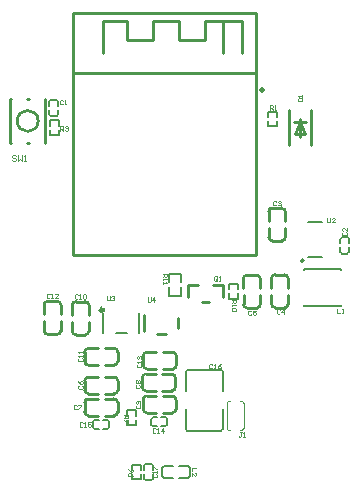
<source format=gbo>
G04*
G04 #@! TF.GenerationSoftware,Altium Limited,Altium Designer,24.2.2 (26)*
G04*
G04 Layer_Color=32896*
%FSLAX44Y44*%
%MOMM*%
G71*
G04*
G04 #@! TF.SameCoordinates,B64C3CBE-EE26-4C86-9773-21E75D238B38*
G04*
G04*
G04 #@! TF.FilePolarity,Positive*
G04*
G01*
G75*
%ADD10C,0.2540*%
%ADD11C,0.1524*%
%ADD12C,0.0254*%
%ADD87C,0.1000*%
%ADD88C,0.2000*%
%ADD89C,0.3000*%
%ADD90C,0.0762*%
D10*
X68326Y396748D02*
G03*
X68326Y396748I-8890J0D01*
G01*
X259281Y423055D02*
G03*
X259281Y423055I-1415J0D01*
G01*
X253230Y238309D02*
G03*
X256328Y241407I0J3098D01*
G01*
X242132D02*
G03*
X245230Y238309I3098J0D01*
G01*
X256270Y263166D02*
G03*
X253172Y266264I-3098J0D01*
G01*
X245172D02*
G03*
X242074Y263166I0J-3098D01*
G01*
X185251Y197858D02*
G03*
X182153Y200956I-3098J0D01*
G01*
Y186760D02*
G03*
X185251Y189858I0J3098D01*
G01*
X160394Y200898D02*
G03*
X157296Y197800I0J-3098D01*
G01*
Y189800D02*
G03*
X160394Y186702I3098J0D01*
G01*
X157042Y152716D02*
G03*
X160140Y149618I3098J0D01*
G01*
Y163814D02*
G03*
X157042Y160716I0J-3098D01*
G01*
X181899Y149676D02*
G03*
X184997Y152774I0J3098D01*
G01*
Y160774D02*
G03*
X181899Y163872I-3098J0D01*
G01*
X274512Y295218D02*
G03*
X277610Y298316I0J3098D01*
G01*
X263414D02*
G03*
X266512Y295218I3098J0D01*
G01*
X277552Y320075D02*
G03*
X274454Y323173I-3098J0D01*
G01*
X266454D02*
G03*
X263356Y320075I0J-3098D01*
G01*
X276852Y238675D02*
G03*
X279950Y241773I0J3098D01*
G01*
X265754D02*
G03*
X268852Y238675I3098J0D01*
G01*
X279892Y263532D02*
G03*
X276794Y266630I-3098J0D01*
G01*
X268794D02*
G03*
X265696Y263532I0J-3098D01*
G01*
X135679Y176976D02*
G03*
X132581Y180074I-3098J0D01*
G01*
Y165878D02*
G03*
X135679Y168976I0J3098D01*
G01*
X110822Y180016D02*
G03*
X107724Y176918I0J-3098D01*
G01*
Y168918D02*
G03*
X110822Y165820I3098J0D01*
G01*
X135566Y158434D02*
G03*
X132468Y161532I-3098J0D01*
G01*
Y147336D02*
G03*
X135566Y150434I0J3098D01*
G01*
X110709Y161474D02*
G03*
X107611Y158376I0J-3098D01*
G01*
Y150376D02*
G03*
X110709Y147278I3098J0D01*
G01*
X156534Y171258D02*
G03*
X159632Y168160I3098J0D01*
G01*
Y182356D02*
G03*
X156534Y179258I0J-3098D01*
G01*
X181391Y168218D02*
G03*
X184489Y171316I0J3098D01*
G01*
Y179316D02*
G03*
X181391Y182414I-3098J0D01*
G01*
X108196Y215815D02*
G03*
X111294Y218913I0J3098D01*
G01*
X97098D02*
G03*
X100196Y215815I3098J0D01*
G01*
X111236Y240672D02*
G03*
X108138Y243770I-3098J0D01*
G01*
X100138D02*
G03*
X97040Y240672I0J-3098D01*
G01*
X107611Y193048D02*
G03*
X110709Y189950I3098J0D01*
G01*
Y204146D02*
G03*
X107611Y201048I0J-3098D01*
G01*
X132468Y190008D02*
G03*
X135566Y193106I0J3098D01*
G01*
Y201106D02*
G03*
X132468Y204204I-3098J0D01*
G01*
X84320Y216069D02*
G03*
X87418Y219167I0J3098D01*
G01*
X73222D02*
G03*
X76320Y216069I3098J0D01*
G01*
X87360Y240926D02*
G03*
X84262Y244024I-3098J0D01*
G01*
X76262D02*
G03*
X73164Y240926I0J-3098D01*
G01*
X280349Y376360D02*
Y406360D01*
X299146Y376227D02*
Y406227D01*
X289814Y383540D02*
Y398780D01*
X284734Y396240D02*
X294894D01*
X289814D02*
X293878Y386080D01*
X285750D02*
X293878D01*
X285750D02*
X289814Y396240D01*
X44436Y415248D02*
X45124D01*
X58747D02*
X60125D01*
X73748D02*
X74436D01*
X44436Y378248D02*
X45124D01*
X58747D02*
X60125D01*
X73748D02*
X74436D01*
X44436D02*
Y415248D01*
X74436Y378248D02*
Y415248D01*
X195058Y257444D02*
X203698D01*
X195058Y247444D02*
Y257444D01*
X206918Y243444D02*
X213198D01*
X216418Y257444D02*
X225058D01*
Y247444D02*
Y257444D01*
X209867Y481055D02*
X224867D01*
X209867Y465055D02*
Y481055D01*
X187867Y465055D02*
X209867D01*
X187867D02*
Y481055D01*
X165867D02*
X187867D01*
X165867Y465055D02*
Y481055D01*
X143867Y465055D02*
X165867D01*
X143867D02*
Y481055D01*
X122867D02*
X143867D01*
X122867Y454055D02*
Y481055D01*
X240867Y454055D02*
Y481055D01*
X224867D02*
X240867D01*
X224867Y454055D02*
Y481055D01*
X97867Y437551D02*
X252867D01*
X97867D02*
Y437914D01*
Y488055D02*
X252867D01*
X97867Y283055D02*
Y488055D01*
Y283055D02*
X252867D01*
Y488055D01*
X245172Y266264D02*
X253172D01*
X256270Y255167D02*
Y263167D01*
X242074Y255167D02*
Y263167D01*
X256328Y241408D02*
Y249408D01*
X245230Y238310D02*
X253230D01*
X242132Y241408D02*
Y249408D01*
X157734Y218567D02*
Y232537D01*
X186944Y221328D02*
Y229776D01*
X169164Y216662D02*
X176784D01*
X157296Y189799D02*
Y197800D01*
X160394Y200898D02*
X168393D01*
X160394Y186702D02*
X168393D01*
X174152Y200956D02*
X182152D01*
X185251Y189858D02*
Y197858D01*
X174152Y186760D02*
X182152D01*
X173898Y149676D02*
X181898D01*
X184997Y152774D02*
Y160774D01*
X173898Y163872D02*
X181898D01*
X160140Y149618D02*
X168139D01*
X160140Y163814D02*
X168139D01*
X157042Y152716D02*
Y160716D01*
X277552Y312074D02*
Y320074D01*
X266454Y323173D02*
X274454D01*
X263356Y312074D02*
Y320074D01*
X277610Y298316D02*
Y306315D01*
X263414Y298316D02*
Y306315D01*
X266512Y295218D02*
X274513D01*
X268794Y266630D02*
X276794D01*
X279892Y255533D02*
Y263532D01*
X265696Y255533D02*
Y263532D01*
X279950Y241774D02*
Y249774D01*
X268852Y238675D02*
X276852D01*
X265754Y241774D02*
Y249774D01*
X110823Y180016D02*
X118823D01*
X107724Y168918D02*
Y176918D01*
X110823Y165820D02*
X118823D01*
X124582Y180074D02*
X132581D01*
X124582Y165878D02*
X132581D01*
X135679Y168976D02*
Y176977D01*
X110710Y161474D02*
X118710D01*
X107611Y150376D02*
Y158376D01*
X110710Y147278D02*
X118710D01*
X124469Y161532D02*
X132468D01*
X124469Y147336D02*
X132468D01*
X135566Y150434D02*
Y158434D01*
X173390Y168218D02*
X181390D01*
X184489Y171316D02*
Y179316D01*
X173390Y182414D02*
X181390D01*
X159632Y168160D02*
X167631D01*
X159632Y182356D02*
X167631D01*
X156534Y171257D02*
Y179258D01*
X100138Y243770D02*
X108138D01*
X111236Y232673D02*
Y240672D01*
X97040Y232673D02*
Y240672D01*
X111294Y218914D02*
Y226914D01*
X100196Y215815D02*
X108196D01*
X97098Y218914D02*
Y226914D01*
X135566Y193106D02*
Y201106D01*
X124469Y190008D02*
X132468D01*
X124469Y204204D02*
X132468D01*
X110710Y189950D02*
X118710D01*
X107611Y193048D02*
Y201048D01*
X110710Y204146D02*
X118710D01*
X76262Y244024D02*
X84262D01*
X87360Y232927D02*
Y240926D01*
X73164Y232927D02*
Y240926D01*
X87418Y219168D02*
Y227168D01*
X76320Y216069D02*
X84320D01*
X73222Y219168D02*
Y227168D01*
D11*
X223050Y134638D02*
G03*
X224574Y136162I0J1524D01*
G01*
X193002D02*
G03*
X194526Y134638I1524J0D01*
G01*
X224574Y184386D02*
G03*
X223050Y185910I-1524J0D01*
G01*
X194526D02*
G03*
X193002Y184386I0J-1524D01*
G01*
X159416Y106184D02*
G03*
X157892Y104660I0J-1524D01*
G01*
X165704D02*
G03*
X164180Y106184I-1524J0D01*
G01*
X157892Y93968D02*
G03*
X159416Y92444I1524J0D01*
G01*
X164180D02*
G03*
X165704Y93968I0J1524D01*
G01*
X83916Y400800D02*
G03*
X85440Y402324I0J1524D01*
G01*
X77628D02*
G03*
X79152Y400800I1524J0D01*
G01*
X85440Y413016D02*
G03*
X83916Y414540I-1524J0D01*
G01*
X79152D02*
G03*
X77628Y413016I0J-1524D01*
G01*
X330042Y284468D02*
G03*
X331566Y285992I0J1524D01*
G01*
X323754D02*
G03*
X325278Y284468I1524J0D01*
G01*
X331566Y296684D02*
G03*
X330042Y298208I-1524J0D01*
G01*
X325278D02*
G03*
X323754Y296684I0J-1524D01*
G01*
X163767Y139604D02*
G03*
X165291Y138080I1524J0D01*
G01*
Y145892D02*
G03*
X163767Y144368I0J-1524D01*
G01*
X175984Y138080D02*
G03*
X177508Y139604I0J1524D01*
G01*
Y144368D02*
G03*
X175984Y145892I-1524J0D01*
G01*
X128282Y142336D02*
G03*
X126758Y143860I-1524J0D01*
G01*
Y136048D02*
G03*
X128282Y137572I0J1524D01*
G01*
X116066Y143860D02*
G03*
X114542Y142336I0J-1524D01*
G01*
Y137572D02*
G03*
X116066Y136048I1524J0D01*
G01*
X187174Y104300D02*
X195075D01*
X196599Y102776D01*
Y95852D02*
Y102776D01*
X195075Y94328D02*
X196599Y95852D01*
X187174Y94328D02*
X195075D01*
X174749Y104300D02*
X182650D01*
X173225Y102776D02*
X174749Y104300D01*
X173225Y95852D02*
Y102776D01*
Y95852D02*
X174749Y94328D01*
X182650D01*
X293102Y240016D02*
Y240654D01*
Y240016D02*
X324626D01*
Y240654D01*
X293102Y270902D02*
Y271540D01*
X324626D01*
Y270902D02*
Y271540D01*
X123422Y216786D02*
Y233810D01*
X153946Y216786D02*
Y233810D01*
X133920Y216786D02*
X143448D01*
X194526Y134638D02*
X223050D01*
X193002Y136162D02*
Y152512D01*
X224574Y136162D02*
Y152512D01*
X193002Y168036D02*
Y184386D01*
X224574Y168036D02*
Y184386D01*
X194526Y185910D02*
X223050D01*
X237840Y246383D02*
Y250938D01*
X230028Y246383D02*
X237840D01*
X230028D02*
Y250938D01*
X237840Y254262D02*
Y258818D01*
X230028D02*
X237840D01*
X230028Y254262D02*
Y258818D01*
X179164Y248632D02*
Y255812D01*
Y248632D02*
X189136D01*
Y255812D01*
X179164Y260336D02*
Y267517D01*
X189136D01*
Y260336D02*
Y267517D01*
X165704Y100976D02*
Y104660D01*
X157892Y100976D02*
Y104660D01*
X159416Y106184D02*
X164180D01*
X165704Y93968D02*
Y97652D01*
X157892Y93968D02*
Y97652D01*
X159416Y92444D02*
X164180D01*
X77628Y402324D02*
Y406008D01*
X85440Y402324D02*
Y406008D01*
X79152Y400800D02*
X83916D01*
X77628Y409332D02*
Y413016D01*
X85440Y409332D02*
Y413016D01*
X79152Y414540D02*
X83916D01*
X323754Y285992D02*
Y289676D01*
X331566Y285992D02*
Y289676D01*
X325278Y284468D02*
X330042D01*
X323754Y293000D02*
Y296684D01*
X331566Y293000D02*
Y296684D01*
X325278Y298208D02*
X330042D01*
X165291Y145892D02*
X168975D01*
X165291Y138080D02*
X168975D01*
X163767Y139604D02*
Y144368D01*
X172299Y145892D02*
X175984D01*
X172299Y138080D02*
X175984D01*
X177508Y139604D02*
Y144368D01*
X123074Y136048D02*
X126758D01*
X123074Y143860D02*
X126758D01*
X128282Y137572D02*
Y142336D01*
X116066Y136048D02*
X119750D01*
X116066Y143860D02*
X119750D01*
X114542Y137572D02*
Y142336D01*
X270860Y392055D02*
Y396610D01*
X263048Y392055D02*
X270860D01*
X263048D02*
Y396610D01*
X270860Y399934D02*
Y404489D01*
X263048D02*
X270860D01*
X263048Y399934D02*
Y404489D01*
X77882Y392697D02*
Y397253D01*
X85694D01*
Y392697D02*
Y397253D01*
X77882Y384818D02*
Y389374D01*
Y384818D02*
X85694D01*
Y389374D01*
X155544Y93351D02*
Y97906D01*
X147732Y93351D02*
X155544D01*
X147732D02*
Y97906D01*
X155544Y101230D02*
Y105785D01*
X147732D02*
X155544D01*
X147732Y101230D02*
Y105785D01*
X150972Y139325D02*
Y143880D01*
X143160Y139325D02*
X150972D01*
X143160D02*
Y143880D01*
X150972Y147204D02*
Y151759D01*
X143160D02*
X150972D01*
X143160Y147204D02*
Y151759D01*
D12*
X160910Y247268D02*
Y244094D01*
X161545Y243460D01*
X162814D01*
X163449Y244094D01*
Y247268D01*
X166623Y243460D02*
Y247268D01*
X164719Y245364D01*
X167258D01*
X126366Y248538D02*
Y245364D01*
X127001Y244730D01*
X128270D01*
X128905Y245364D01*
Y248538D01*
X130175Y247904D02*
X130810Y248538D01*
X132079D01*
X132714Y247904D01*
Y247269D01*
X132079Y246634D01*
X131444D01*
X132079D01*
X132714Y245999D01*
Y245364D01*
X132079Y244730D01*
X130810D01*
X130175Y245364D01*
X313056Y314578D02*
Y311404D01*
X313691Y310770D01*
X314960D01*
X315595Y311404D01*
Y314578D01*
X319404Y310770D02*
X316865D01*
X319404Y313309D01*
Y313944D01*
X318769Y314578D01*
X317500D01*
X316865Y313944D01*
X173610Y267016D02*
X177418D01*
Y265112D01*
X176784Y264477D01*
X175514D01*
X174879Y265112D01*
Y267016D01*
Y265747D02*
X173610Y264477D01*
Y263207D02*
Y261938D01*
Y262573D01*
X177418D01*
X176784Y263207D01*
X173610Y260033D02*
Y258764D01*
Y259399D01*
X177418D01*
X176784Y260033D01*
X232030Y245045D02*
X235838D01*
Y243141D01*
X235204Y242506D01*
X233934D01*
X233299Y243141D01*
Y245045D01*
Y243775D02*
X232030Y242506D01*
Y241236D02*
Y239967D01*
Y240601D01*
X235838D01*
X235204Y241236D01*
Y238062D02*
X235838Y237427D01*
Y236158D01*
X235204Y235523D01*
X232664D01*
X232030Y236158D01*
Y237427D01*
X232664Y238062D01*
X235204D01*
X140590Y147446D02*
X144398D01*
Y145542D01*
X143764Y144907D01*
X142494D01*
X141859Y145542D01*
Y147446D01*
Y146176D02*
X140590Y144907D01*
X144398Y143637D02*
Y141098D01*
X143764D01*
X141224Y143637D01*
X140590D01*
X148462Y95886D02*
X144654D01*
Y97790D01*
X145288Y98425D01*
X146558D01*
X147193Y97790D01*
Y95886D01*
Y97156D02*
X148462Y98425D01*
X144654Y102234D02*
X145288Y100964D01*
X146558Y99695D01*
X147828D01*
X148462Y100330D01*
Y101599D01*
X147828Y102234D01*
X147193D01*
X146558Y101599D01*
Y99695D01*
X86996Y388494D02*
Y392302D01*
X88900D01*
X89535Y391668D01*
Y390398D01*
X88900Y389763D01*
X86996D01*
X88266D02*
X89535Y388494D01*
X90805Y391668D02*
X91440Y392302D01*
X92709D01*
X93344Y391668D01*
Y391033D01*
X92709Y390398D01*
X92074D01*
X92709D01*
X93344Y389763D01*
Y389128D01*
X92709Y388494D01*
X91440D01*
X90805Y389128D01*
X264669Y406274D02*
Y410082D01*
X266573D01*
X267208Y409448D01*
Y408178D01*
X266573Y407543D01*
X264669D01*
X265938D02*
X267208Y406274D01*
X268478D02*
X269747D01*
X269112D01*
Y410082D01*
X268478Y409448D01*
X219964Y261874D02*
Y264414D01*
X219329Y265048D01*
X218060D01*
X217425Y264414D01*
Y261874D01*
X218060Y261240D01*
X219329D01*
X218694Y262509D02*
X219964Y261240D01*
X219329D02*
X219964Y261874D01*
X221234Y261240D02*
X222503D01*
X221868D01*
Y265048D01*
X221234Y264414D01*
X202056Y102742D02*
X198248D01*
Y100203D01*
Y96394D02*
Y98933D01*
X200787Y96394D01*
X201422D01*
X202056Y97029D01*
Y98298D01*
X201422Y98933D01*
X321565Y237870D02*
Y234062D01*
X324104D01*
X325374D02*
X326643D01*
X326008D01*
Y237870D01*
X325374Y237236D01*
X240538Y132968D02*
X239268D01*
X239903D01*
Y129794D01*
X239268Y129160D01*
X238634D01*
X237999Y129794D01*
X241808Y129160D02*
X243077D01*
X242442D01*
Y132968D01*
X241808Y132334D01*
X288164Y413513D02*
X291972D01*
Y415417D01*
X291338Y416052D01*
X288798D01*
X288164Y415417D01*
Y413513D01*
X291972Y417322D02*
Y418591D01*
Y417956D01*
X288164D01*
X288798Y417322D01*
X165354Y97600D02*
X164720Y96965D01*
Y95696D01*
X165354Y95061D01*
X167894D01*
X168528Y95696D01*
Y96965D01*
X167894Y97600D01*
X168528Y98870D02*
Y100139D01*
Y99505D01*
X164720D01*
X165354Y98870D01*
X164720Y102044D02*
Y104583D01*
X165354D01*
X167894Y102044D01*
X168528D01*
X215710Y190500D02*
X215075Y191134D01*
X213806D01*
X213171Y190500D01*
Y187960D01*
X213806Y187326D01*
X215075D01*
X215710Y187960D01*
X216980Y187326D02*
X218249D01*
X217615D01*
Y191134D01*
X216980Y190500D01*
X222693Y191134D02*
X221423Y190500D01*
X220154Y189230D01*
Y187960D01*
X220789Y187326D01*
X222058D01*
X222693Y187960D01*
Y188595D01*
X222058Y189230D01*
X220154D01*
X105982Y140970D02*
X105347Y141604D01*
X104078D01*
X103443Y140970D01*
Y138430D01*
X104078Y137796D01*
X105347D01*
X105982Y138430D01*
X107252Y137796D02*
X108521D01*
X107887D01*
Y141604D01*
X107252Y140970D01*
X112965Y141604D02*
X110426D01*
Y139700D01*
X111695Y140335D01*
X112330D01*
X112965Y139700D01*
Y138430D01*
X112330Y137796D01*
X111061D01*
X110426Y138430D01*
X167704Y135890D02*
X167069Y136524D01*
X165800D01*
X165165Y135890D01*
Y133350D01*
X165800Y132716D01*
X167069D01*
X167704Y133350D01*
X168974Y132716D02*
X170243D01*
X169609D01*
Y136524D01*
X168974Y135890D01*
X174052Y132716D02*
Y136524D01*
X172148Y134620D01*
X174687D01*
X152400Y190564D02*
X151766Y189929D01*
Y188660D01*
X152400Y188025D01*
X154940D01*
X155574Y188660D01*
Y189929D01*
X154940Y190564D01*
X155574Y191834D02*
Y193103D01*
Y192469D01*
X151766D01*
X152400Y191834D01*
Y195008D02*
X151766Y195643D01*
Y196912D01*
X152400Y197547D01*
X153035D01*
X153670Y196912D01*
Y196277D01*
Y196912D01*
X154305Y197547D01*
X154940D01*
X155574Y196912D01*
Y195643D01*
X154940Y195008D01*
X78042Y249936D02*
X77407Y250570D01*
X76138D01*
X75503Y249936D01*
Y247396D01*
X76138Y246762D01*
X77407D01*
X78042Y247396D01*
X79312Y246762D02*
X80581D01*
X79947D01*
Y250570D01*
X79312Y249936D01*
X85025Y246762D02*
X82486D01*
X85025Y249301D01*
Y249936D01*
X84390Y250570D01*
X83121D01*
X82486Y249936D01*
X102870Y195771D02*
X102236Y195136D01*
Y193867D01*
X102870Y193232D01*
X105410D01*
X106044Y193867D01*
Y195136D01*
X105410Y195771D01*
X106044Y197041D02*
Y198310D01*
Y197675D01*
X102236D01*
X102870Y197041D01*
X106044Y200215D02*
Y201484D01*
Y200849D01*
X102236D01*
X102870Y200215D01*
X101918Y249428D02*
X101283Y250062D01*
X100014D01*
X99379Y249428D01*
Y246888D01*
X100014Y246254D01*
X101283D01*
X101918Y246888D01*
X103188Y246254D02*
X104457D01*
X103823D01*
Y250062D01*
X103188Y249428D01*
X106362D02*
X106997Y250062D01*
X108266D01*
X108901Y249428D01*
Y246888D01*
X108266Y246254D01*
X106997D01*
X106362Y246888D01*
Y249428D01*
X151638Y155829D02*
X151004Y155194D01*
Y153925D01*
X151638Y153290D01*
X154178D01*
X154812Y153925D01*
Y155194D01*
X154178Y155829D01*
Y157099D02*
X154812Y157734D01*
Y159003D01*
X154178Y159638D01*
X151638D01*
X151004Y159003D01*
Y157734D01*
X151638Y157099D01*
X152273D01*
X152908Y157734D01*
Y159638D01*
X151384Y173355D02*
X150750Y172720D01*
Y171451D01*
X151384Y170816D01*
X153924D01*
X154558Y171451D01*
Y172720D01*
X153924Y173355D01*
X151384Y174625D02*
X150750Y175260D01*
Y176529D01*
X151384Y177164D01*
X152019D01*
X152654Y176529D01*
X153289Y177164D01*
X153924D01*
X154558Y176529D01*
Y175260D01*
X153924Y174625D01*
X153289D01*
X152654Y175260D01*
X152019Y174625D01*
X151384D01*
X152654Y175260D02*
Y176529D01*
X100711Y155702D02*
X100076Y156336D01*
X98807D01*
X98172Y155702D01*
Y153162D01*
X98807Y152528D01*
X100076D01*
X100711Y153162D01*
X101981Y156336D02*
X104520D01*
Y155702D01*
X101981Y153162D01*
Y152528D01*
X102616Y172593D02*
X101982Y171958D01*
Y170689D01*
X102616Y170054D01*
X105156D01*
X105790Y170689D01*
Y171958D01*
X105156Y172593D01*
X101982Y176402D02*
X102616Y175132D01*
X103886Y173863D01*
X105156D01*
X105790Y174498D01*
Y175767D01*
X105156Y176402D01*
X104521D01*
X103886Y175767D01*
Y173863D01*
X248793Y235458D02*
X248158Y236092D01*
X246889D01*
X246254Y235458D01*
Y232918D01*
X246889Y232284D01*
X248158D01*
X248793Y232918D01*
X252602Y236092D02*
X250063D01*
Y234188D01*
X251332Y234823D01*
X251967D01*
X252602Y234188D01*
Y232918D01*
X251967Y232284D01*
X250698D01*
X250063Y232918D01*
X272923Y236474D02*
X272288Y237108D01*
X271019D01*
X270384Y236474D01*
Y233934D01*
X271019Y233300D01*
X272288D01*
X272923Y233934D01*
X276097Y233300D02*
Y237108D01*
X274193Y235204D01*
X276732D01*
X269875Y328422D02*
X269240Y329056D01*
X267971D01*
X267336Y328422D01*
Y325882D01*
X267971Y325248D01*
X269240D01*
X269875Y325882D01*
X271145Y328422D02*
X271780Y329056D01*
X273049D01*
X273684Y328422D01*
Y327787D01*
X273049Y327152D01*
X272414D01*
X273049D01*
X273684Y326517D01*
Y325882D01*
X273049Y325248D01*
X271780D01*
X271145Y325882D01*
X326390Y302387D02*
X325756Y301752D01*
Y300483D01*
X326390Y299848D01*
X328930D01*
X329564Y300483D01*
Y301752D01*
X328930Y302387D01*
X329564Y306196D02*
Y303657D01*
X327025Y306196D01*
X326390D01*
X325756Y305561D01*
Y304292D01*
X326390Y303657D01*
X89408Y414020D02*
X88773Y414654D01*
X87504D01*
X86869Y414020D01*
Y411480D01*
X87504Y410846D01*
X88773D01*
X89408Y411480D01*
X90678Y410846D02*
X91947D01*
X91312D01*
Y414654D01*
X90678Y414020D01*
D87*
X242244Y157582D02*
G03*
X239244Y159582I-2499J-499D01*
G01*
X239292Y134468D02*
G03*
X242292Y136468I501J2499D01*
G01*
X231116Y159582D02*
G03*
X228116Y157582I-501J-2499D01*
G01*
X228092Y136477D02*
G03*
X231092Y134477I2499J498D01*
G01*
X242292Y136468D02*
Y157582D01*
X228116Y136477D02*
Y157582D01*
D88*
X293182Y278417D02*
G03*
X293182Y278417I-1415J0D01*
G01*
X297049Y311418D02*
X308487D01*
X297047Y281418D02*
X308491D01*
D89*
X123675Y236728D02*
G03*
X123675Y236728I-1501J0D01*
G01*
D90*
X49531Y366945D02*
X48685Y367791D01*
X46992D01*
X46145Y366945D01*
Y366098D01*
X46992Y365252D01*
X48685D01*
X49531Y364406D01*
Y363559D01*
X48685Y362713D01*
X46992D01*
X46145Y363559D01*
X51224Y367791D02*
Y362713D01*
X52916Y364406D01*
X54609Y362713D01*
Y367791D01*
X56302Y362713D02*
X57995D01*
X57148D01*
Y367791D01*
X56302Y366945D01*
M02*

</source>
